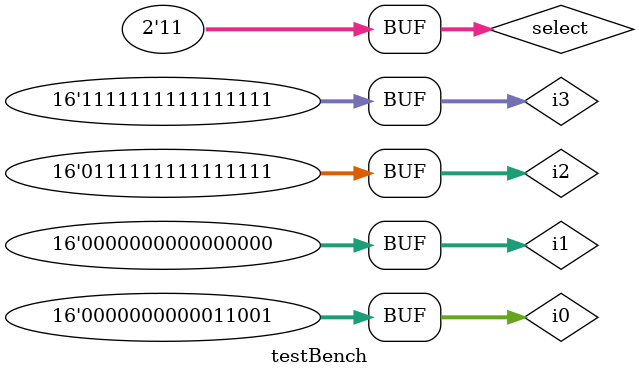
<source format=v>
`include "multiplexer.v"

module testBench;
	 // input
   reg [15:0] i0, i1, i2, i3;
	 reg [1:0] select;
	 // output
	 wire [15:0] y;


   mux4x1_16bit mux (i0,i1,i2,i3,select,y);

   initial
      begin

      // Set input to 4to1 16-bit mulitplexer to:
			// 25, 0, 32767, -1
			// use the "select" input to select one of them
			// and print it out.
			#10 i0 = 15'd25; i1 = 15'd0; i2 = 15'd32767; i3 = -15'd1;
			   select = 2'd0;
			#10 i0 = 15'd25; i1 = 15'd0; i2 = 15'd32767; i3 = -15'd1;
			   select = 2'd1;
			#10 i0 = 15'd25; i1 = 15'd0; i2 = 15'd32767; i3 = -15'd1;
			   select = 2'd2;
			#10 i0 = 15'd25; i1 = 15'd0; i2 = 15'd32767; i3 = -15'd1;
			   select = 2'd3;

      end

   initial
      $monitor ("i0 = %d i1 = %d i2 = %d i3 = %d select = %d y = %d",
		     i0, i1, i2, i3, select, y);

endmodule

</source>
